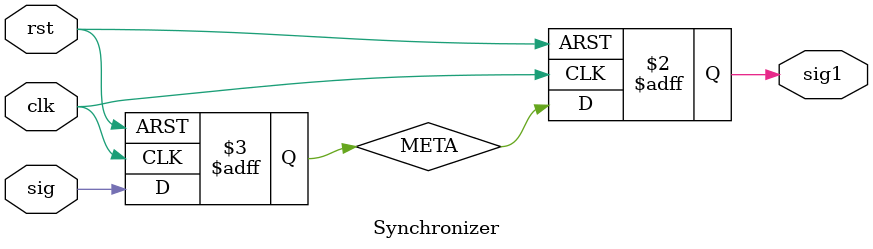
<source format=v>
`timescale 1ns / 1ps

module Synchronizer(input clk, sig, rst, output reg sig1);
reg META;
always @(posedge clk or posedge rst) begin
    if (rst) begin
        META <= 1'b0;
        sig1 <= 1'b0;
    end
    else begin
        META <= sig;
        sig1 <= META;
    end
end
endmodule

</source>
